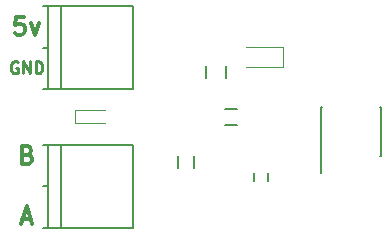
<source format=gto>
G04 #@! TF.GenerationSoftware,KiCad,Pcbnew,(5.1.2-1)-1*
G04 #@! TF.CreationDate,2019-08-29T10:38:32+12:00*
G04 #@! TF.ProjectId,ModbusRTUFeather,4d6f6462-7573-4525-9455-466561746865,rev?*
G04 #@! TF.SameCoordinates,Original*
G04 #@! TF.FileFunction,Legend,Top*
G04 #@! TF.FilePolarity,Positive*
%FSLAX46Y46*%
G04 Gerber Fmt 4.6, Leading zero omitted, Abs format (unit mm)*
G04 Created by KiCad (PCBNEW (5.1.2-1)-1) date 2019-08-29 10:38:32*
%MOMM*%
%LPD*%
G04 APERTURE LIST*
%ADD10C,0.300000*%
%ADD11C,0.250000*%
%ADD12C,0.150000*%
%ADD13C,0.120000*%
G04 APERTURE END LIST*
D10*
X113607142Y-107342857D02*
X113821428Y-107414285D01*
X113892857Y-107485714D01*
X113964285Y-107628571D01*
X113964285Y-107842857D01*
X113892857Y-107985714D01*
X113821428Y-108057142D01*
X113678571Y-108128571D01*
X113107142Y-108128571D01*
X113107142Y-106628571D01*
X113607142Y-106628571D01*
X113750000Y-106700000D01*
X113821428Y-106771428D01*
X113892857Y-106914285D01*
X113892857Y-107057142D01*
X113821428Y-107200000D01*
X113750000Y-107271428D01*
X113607142Y-107342857D01*
X113107142Y-107342857D01*
X113142857Y-112800000D02*
X113857142Y-112800000D01*
X113000000Y-113228571D02*
X113500000Y-111728571D01*
X114000000Y-113228571D01*
D11*
X112738095Y-99500000D02*
X112642857Y-99452380D01*
X112500000Y-99452380D01*
X112357142Y-99500000D01*
X112261904Y-99595238D01*
X112214285Y-99690476D01*
X112166666Y-99880952D01*
X112166666Y-100023809D01*
X112214285Y-100214285D01*
X112261904Y-100309523D01*
X112357142Y-100404761D01*
X112500000Y-100452380D01*
X112595238Y-100452380D01*
X112738095Y-100404761D01*
X112785714Y-100357142D01*
X112785714Y-100023809D01*
X112595238Y-100023809D01*
X113214285Y-100452380D02*
X113214285Y-99452380D01*
X113785714Y-100452380D01*
X113785714Y-99452380D01*
X114261904Y-100452380D02*
X114261904Y-99452380D01*
X114500000Y-99452380D01*
X114642857Y-99500000D01*
X114738095Y-99595238D01*
X114785714Y-99690476D01*
X114833333Y-99880952D01*
X114833333Y-100023809D01*
X114785714Y-100214285D01*
X114738095Y-100309523D01*
X114642857Y-100404761D01*
X114500000Y-100452380D01*
X114261904Y-100452380D01*
D10*
X113285714Y-95678571D02*
X112571428Y-95678571D01*
X112500000Y-96392857D01*
X112571428Y-96321428D01*
X112714285Y-96250000D01*
X113071428Y-96250000D01*
X113214285Y-96321428D01*
X113285714Y-96392857D01*
X113357142Y-96535714D01*
X113357142Y-96892857D01*
X113285714Y-97035714D01*
X113214285Y-97107142D01*
X113071428Y-97178571D01*
X112714285Y-97178571D01*
X112571428Y-97107142D01*
X112500000Y-97035714D01*
X113857142Y-96178571D02*
X114214285Y-97178571D01*
X114571428Y-96178571D01*
D12*
X133950000Y-108870000D02*
X133950000Y-109570000D01*
X132750000Y-109570000D02*
X132750000Y-108870000D01*
X128690000Y-99830000D02*
X128690000Y-100830000D01*
X130390000Y-100830000D02*
X130390000Y-99830000D01*
D13*
X135250000Y-99910000D02*
X135250000Y-98210000D01*
X135250000Y-98210000D02*
X132100000Y-98210000D01*
X135250000Y-99910000D02*
X132100000Y-99910000D01*
X117580000Y-103590000D02*
X117580000Y-104690000D01*
X117580000Y-104690000D02*
X120180000Y-104690000D01*
X117580000Y-103590000D02*
X120180000Y-103590000D01*
D12*
X130310000Y-103465000D02*
X131310000Y-103465000D01*
X131310000Y-104815000D02*
X130310000Y-104815000D01*
X126325000Y-108450000D02*
X126325000Y-107450000D01*
X127675000Y-107450000D02*
X127675000Y-108450000D01*
X138395000Y-107485000D02*
X138445000Y-107485000D01*
X138395000Y-103335000D02*
X138540000Y-103335000D01*
X143545000Y-103335000D02*
X143400000Y-103335000D01*
X143545000Y-107485000D02*
X143400000Y-107485000D01*
X138395000Y-107485000D02*
X138395000Y-103335000D01*
X143545000Y-107485000D02*
X143545000Y-103335000D01*
X138445000Y-107485000D02*
X138445000Y-108885000D01*
X115280000Y-98270000D02*
X114880000Y-98270000D01*
X116380000Y-94770000D02*
X116380000Y-101770000D01*
X115280000Y-94770000D02*
X115280000Y-101770000D01*
X122480000Y-94770000D02*
X114880000Y-94770000D01*
X114880000Y-101770000D02*
X122480000Y-101770000D01*
X122480000Y-101770000D02*
X122480000Y-94770000D01*
X115280000Y-110010000D02*
X114880000Y-110010000D01*
X116380000Y-106510000D02*
X116380000Y-113510000D01*
X115280000Y-106510000D02*
X115280000Y-113510000D01*
X122480000Y-106510000D02*
X114880000Y-106510000D01*
X114880000Y-113510000D02*
X122480000Y-113510000D01*
X122480000Y-113510000D02*
X122480000Y-106510000D01*
M02*

</source>
